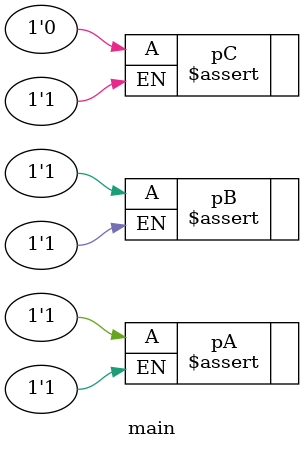
<source format=sv>
module main;

  parameter B = A + 1;

  enum { A = 1, C = my_parameter + 1 } my_enum;

  // expected to pass
  pA: assert property (A == 1);
  pB: assert property (B == 2);
  pC: assert property (B == 3);

endmodule

</source>
